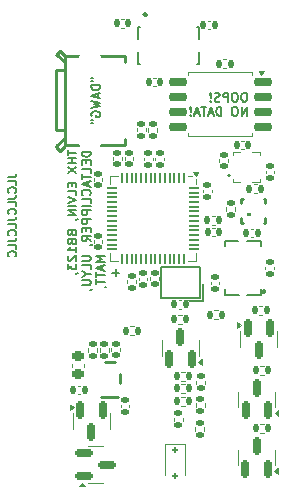
<source format=gbr>
%TF.GenerationSoftware,KiCad,Pcbnew,8.0.0*%
%TF.CreationDate,2024-10-09T20:58:18-07:00*%
%TF.ProjectId,LEO,4c454f2e-6b69-4636-9164-5f7063625858,rev?*%
%TF.SameCoordinates,Original*%
%TF.FileFunction,Legend,Bot*%
%TF.FilePolarity,Positive*%
%FSLAX46Y46*%
G04 Gerber Fmt 4.6, Leading zero omitted, Abs format (unit mm)*
G04 Created by KiCad (PCBNEW 8.0.0) date 2024-10-09 20:58:18*
%MOMM*%
%LPD*%
G01*
G04 APERTURE LIST*
G04 Aperture macros list*
%AMRoundRect*
0 Rectangle with rounded corners*
0 $1 Rounding radius*
0 $2 $3 $4 $5 $6 $7 $8 $9 X,Y pos of 4 corners*
0 Add a 4 corners polygon primitive as box body*
4,1,4,$2,$3,$4,$5,$6,$7,$8,$9,$2,$3,0*
0 Add four circle primitives for the rounded corners*
1,1,$1+$1,$2,$3*
1,1,$1+$1,$4,$5*
1,1,$1+$1,$6,$7*
1,1,$1+$1,$8,$9*
0 Add four rect primitives between the rounded corners*
20,1,$1+$1,$2,$3,$4,$5,0*
20,1,$1+$1,$4,$5,$6,$7,0*
20,1,$1+$1,$6,$7,$8,$9,0*
20,1,$1+$1,$8,$9,$2,$3,0*%
G04 Aperture macros list end*
%ADD10C,0.150000*%
%ADD11C,0.175000*%
%ADD12C,0.120000*%
%ADD13C,0.250000*%
%ADD14C,0.200000*%
%ADD15C,0.100000*%
%ADD16R,2.200000X2.200000*%
%ADD17C,2.200000*%
%ADD18C,3.800000*%
%ADD19RoundRect,0.135000X0.185000X-0.135000X0.185000X0.135000X-0.185000X0.135000X-0.185000X-0.135000X0*%
%ADD20RoundRect,0.140000X-0.170000X0.140000X-0.170000X-0.140000X0.170000X-0.140000X0.170000X0.140000X0*%
%ADD21RoundRect,0.140000X0.170000X-0.140000X0.170000X0.140000X-0.170000X0.140000X-0.170000X-0.140000X0*%
%ADD22RoundRect,0.135000X-0.135000X-0.185000X0.135000X-0.185000X0.135000X0.185000X-0.135000X0.185000X0*%
%ADD23RoundRect,0.150000X0.150000X-0.587500X0.150000X0.587500X-0.150000X0.587500X-0.150000X-0.587500X0*%
%ADD24RoundRect,0.135000X0.135000X0.185000X-0.135000X0.185000X-0.135000X-0.185000X0.135000X-0.185000X0*%
%ADD25R,0.500000X0.300000*%
%ADD26R,0.300000X0.500000*%
%ADD27RoundRect,0.135000X-0.185000X0.135000X-0.185000X-0.135000X0.185000X-0.135000X0.185000X0.135000X0*%
%ADD28RoundRect,0.150000X0.650000X0.150000X-0.650000X0.150000X-0.650000X-0.150000X0.650000X-0.150000X0*%
%ADD29RoundRect,0.140000X-0.140000X-0.170000X0.140000X-0.170000X0.140000X0.170000X-0.140000X0.170000X0*%
%ADD30RoundRect,0.125000X-0.125000X0.125000X-0.125000X-0.125000X0.125000X-0.125000X0.125000X0.125000X0*%
%ADD31R,1.000000X0.800000*%
%ADD32RoundRect,0.050000X0.387500X0.050000X-0.387500X0.050000X-0.387500X-0.050000X0.387500X-0.050000X0*%
%ADD33RoundRect,0.050000X0.050000X0.387500X-0.050000X0.387500X-0.050000X-0.387500X0.050000X-0.387500X0*%
%ADD34R,3.200000X3.200000*%
%ADD35RoundRect,0.150000X-0.150000X0.587500X-0.150000X-0.587500X0.150000X-0.587500X0.150000X0.587500X0*%
%ADD36RoundRect,0.225000X-0.250000X0.225000X-0.250000X-0.225000X0.250000X-0.225000X0.250000X0.225000X0*%
%ADD37R,0.800000X0.250000*%
%ADD38R,0.250000X0.800000*%
%ADD39RoundRect,0.140000X0.140000X0.170000X-0.140000X0.170000X-0.140000X-0.170000X0.140000X-0.170000X0*%
%ADD40R,1.600000X0.400000*%
%ADD41O,1.400000X1.200000*%
%ADD42O,1.900000X1.200000*%
%ADD43O,0.450000X1.770000*%
%ADD44R,1.550000X0.600000*%
%ADD45R,1.000000X0.600000*%
%ADD46R,0.500000X0.280000*%
%ADD47R,0.280000X0.500000*%
%ADD48RoundRect,0.150000X-0.587500X-0.150000X0.587500X-0.150000X0.587500X0.150000X-0.587500X0.150000X0*%
G04 APERTURE END LIST*
D10*
X15233487Y33216844D02*
X15090630Y33216844D01*
X15090630Y33216844D02*
X15019201Y33181130D01*
X15019201Y33181130D02*
X14947773Y33109701D01*
X14947773Y33109701D02*
X14912058Y32966844D01*
X14912058Y32966844D02*
X14912058Y32716844D01*
X14912058Y32716844D02*
X14947773Y32573987D01*
X14947773Y32573987D02*
X15019201Y32502558D01*
X15019201Y32502558D02*
X15090630Y32466844D01*
X15090630Y32466844D02*
X15233487Y32466844D01*
X15233487Y32466844D02*
X15304916Y32502558D01*
X15304916Y32502558D02*
X15376344Y32573987D01*
X15376344Y32573987D02*
X15412058Y32716844D01*
X15412058Y32716844D02*
X15412058Y32966844D01*
X15412058Y32966844D02*
X15376344Y33109701D01*
X15376344Y33109701D02*
X15304916Y33181130D01*
X15304916Y33181130D02*
X15233487Y33216844D01*
X14447773Y33216844D02*
X14304916Y33216844D01*
X14304916Y33216844D02*
X14233487Y33181130D01*
X14233487Y33181130D02*
X14162059Y33109701D01*
X14162059Y33109701D02*
X14126344Y32966844D01*
X14126344Y32966844D02*
X14126344Y32716844D01*
X14126344Y32716844D02*
X14162059Y32573987D01*
X14162059Y32573987D02*
X14233487Y32502558D01*
X14233487Y32502558D02*
X14304916Y32466844D01*
X14304916Y32466844D02*
X14447773Y32466844D01*
X14447773Y32466844D02*
X14519202Y32502558D01*
X14519202Y32502558D02*
X14590630Y32573987D01*
X14590630Y32573987D02*
X14626344Y32716844D01*
X14626344Y32716844D02*
X14626344Y32966844D01*
X14626344Y32966844D02*
X14590630Y33109701D01*
X14590630Y33109701D02*
X14519202Y33181130D01*
X14519202Y33181130D02*
X14447773Y33216844D01*
X13804916Y32466844D02*
X13804916Y33216844D01*
X13804916Y33216844D02*
X13519202Y33216844D01*
X13519202Y33216844D02*
X13447773Y33181130D01*
X13447773Y33181130D02*
X13412059Y33145416D01*
X13412059Y33145416D02*
X13376345Y33073987D01*
X13376345Y33073987D02*
X13376345Y32966844D01*
X13376345Y32966844D02*
X13412059Y32895416D01*
X13412059Y32895416D02*
X13447773Y32859701D01*
X13447773Y32859701D02*
X13519202Y32823987D01*
X13519202Y32823987D02*
X13804916Y32823987D01*
X13090630Y32502558D02*
X12983488Y32466844D01*
X12983488Y32466844D02*
X12804916Y32466844D01*
X12804916Y32466844D02*
X12733488Y32502558D01*
X12733488Y32502558D02*
X12697773Y32538273D01*
X12697773Y32538273D02*
X12662059Y32609701D01*
X12662059Y32609701D02*
X12662059Y32681130D01*
X12662059Y32681130D02*
X12697773Y32752558D01*
X12697773Y32752558D02*
X12733488Y32788273D01*
X12733488Y32788273D02*
X12804916Y32823987D01*
X12804916Y32823987D02*
X12947773Y32859701D01*
X12947773Y32859701D02*
X13019202Y32895416D01*
X13019202Y32895416D02*
X13054916Y32931130D01*
X13054916Y32931130D02*
X13090630Y33002558D01*
X13090630Y33002558D02*
X13090630Y33073987D01*
X13090630Y33073987D02*
X13054916Y33145416D01*
X13054916Y33145416D02*
X13019202Y33181130D01*
X13019202Y33181130D02*
X12947773Y33216844D01*
X12947773Y33216844D02*
X12769202Y33216844D01*
X12769202Y33216844D02*
X12662059Y33181130D01*
X12340630Y32538273D02*
X12304916Y32502558D01*
X12304916Y32502558D02*
X12340630Y32466844D01*
X12340630Y32466844D02*
X12376344Y32502558D01*
X12376344Y32502558D02*
X12340630Y32538273D01*
X12340630Y32538273D02*
X12340630Y32466844D01*
X12340630Y32752558D02*
X12376344Y33181130D01*
X12376344Y33181130D02*
X12340630Y33216844D01*
X12340630Y33216844D02*
X12304916Y33181130D01*
X12304916Y33181130D02*
X12340630Y32752558D01*
X12340630Y32752558D02*
X12340630Y33216844D01*
X15376344Y31259386D02*
X15376344Y32009386D01*
X15376344Y32009386D02*
X14947773Y31259386D01*
X14947773Y31259386D02*
X14947773Y32009386D01*
X14447773Y32009386D02*
X14304916Y32009386D01*
X14304916Y32009386D02*
X14233487Y31973672D01*
X14233487Y31973672D02*
X14162059Y31902243D01*
X14162059Y31902243D02*
X14126344Y31759386D01*
X14126344Y31759386D02*
X14126344Y31509386D01*
X14126344Y31509386D02*
X14162059Y31366529D01*
X14162059Y31366529D02*
X14233487Y31295100D01*
X14233487Y31295100D02*
X14304916Y31259386D01*
X14304916Y31259386D02*
X14447773Y31259386D01*
X14447773Y31259386D02*
X14519202Y31295100D01*
X14519202Y31295100D02*
X14590630Y31366529D01*
X14590630Y31366529D02*
X14626344Y31509386D01*
X14626344Y31509386D02*
X14626344Y31759386D01*
X14626344Y31759386D02*
X14590630Y31902243D01*
X14590630Y31902243D02*
X14519202Y31973672D01*
X14519202Y31973672D02*
X14447773Y32009386D01*
X13233487Y31259386D02*
X13233487Y32009386D01*
X13233487Y32009386D02*
X13054916Y32009386D01*
X13054916Y32009386D02*
X12947773Y31973672D01*
X12947773Y31973672D02*
X12876344Y31902243D01*
X12876344Y31902243D02*
X12840630Y31830815D01*
X12840630Y31830815D02*
X12804916Y31687958D01*
X12804916Y31687958D02*
X12804916Y31580815D01*
X12804916Y31580815D02*
X12840630Y31437958D01*
X12840630Y31437958D02*
X12876344Y31366529D01*
X12876344Y31366529D02*
X12947773Y31295100D01*
X12947773Y31295100D02*
X13054916Y31259386D01*
X13054916Y31259386D02*
X13233487Y31259386D01*
X12519201Y31473672D02*
X12162059Y31473672D01*
X12590630Y31259386D02*
X12340630Y32009386D01*
X12340630Y32009386D02*
X12090630Y31259386D01*
X11947773Y32009386D02*
X11519202Y32009386D01*
X11733487Y31259386D02*
X11733487Y32009386D01*
X11304915Y31473672D02*
X10947773Y31473672D01*
X11376344Y31259386D02*
X11126344Y32009386D01*
X11126344Y32009386D02*
X10876344Y31259386D01*
X10626344Y31330815D02*
X10590630Y31295100D01*
X10590630Y31295100D02*
X10626344Y31259386D01*
X10626344Y31259386D02*
X10662058Y31295100D01*
X10662058Y31295100D02*
X10626344Y31330815D01*
X10626344Y31330815D02*
X10626344Y31259386D01*
X10626344Y31545100D02*
X10662058Y31973672D01*
X10662058Y31973672D02*
X10626344Y32009386D01*
X10626344Y32009386D02*
X10590630Y31973672D01*
X10590630Y31973672D02*
X10626344Y31545100D01*
X10626344Y31545100D02*
X10626344Y32009386D01*
X2205614Y34474259D02*
X2348471Y34474259D01*
X2205614Y34188545D02*
X2348471Y34188545D01*
X2955614Y33867116D02*
X2205614Y33867116D01*
X2205614Y33867116D02*
X2205614Y33688545D01*
X2205614Y33688545D02*
X2241328Y33581402D01*
X2241328Y33581402D02*
X2312757Y33509973D01*
X2312757Y33509973D02*
X2384185Y33474259D01*
X2384185Y33474259D02*
X2527042Y33438545D01*
X2527042Y33438545D02*
X2634185Y33438545D01*
X2634185Y33438545D02*
X2777042Y33474259D01*
X2777042Y33474259D02*
X2848471Y33509973D01*
X2848471Y33509973D02*
X2919900Y33581402D01*
X2919900Y33581402D02*
X2955614Y33688545D01*
X2955614Y33688545D02*
X2955614Y33867116D01*
X2741328Y33152830D02*
X2741328Y32795687D01*
X2955614Y33224259D02*
X2205614Y32974259D01*
X2205614Y32974259D02*
X2955614Y32724259D01*
X2205614Y32545688D02*
X2955614Y32367116D01*
X2955614Y32367116D02*
X2419900Y32224259D01*
X2419900Y32224259D02*
X2955614Y32081402D01*
X2955614Y32081402D02*
X2205614Y31902830D01*
X2241328Y31224259D02*
X2205614Y31295687D01*
X2205614Y31295687D02*
X2205614Y31402830D01*
X2205614Y31402830D02*
X2241328Y31509973D01*
X2241328Y31509973D02*
X2312757Y31581402D01*
X2312757Y31581402D02*
X2384185Y31617116D01*
X2384185Y31617116D02*
X2527042Y31652830D01*
X2527042Y31652830D02*
X2634185Y31652830D01*
X2634185Y31652830D02*
X2777042Y31617116D01*
X2777042Y31617116D02*
X2848471Y31581402D01*
X2848471Y31581402D02*
X2919900Y31509973D01*
X2919900Y31509973D02*
X2955614Y31402830D01*
X2955614Y31402830D02*
X2955614Y31331402D01*
X2955614Y31331402D02*
X2919900Y31224259D01*
X2919900Y31224259D02*
X2884185Y31188545D01*
X2884185Y31188545D02*
X2634185Y31188545D01*
X2634185Y31188545D02*
X2634185Y31331402D01*
X2205614Y30902830D02*
X2348471Y30902830D01*
X2205614Y30617116D02*
X2348471Y30617116D01*
D11*
X207540Y28331641D02*
X207540Y27903069D01*
X957540Y28117355D02*
X207540Y28117355D01*
X957540Y27653069D02*
X207540Y27653069D01*
X564683Y27653069D02*
X564683Y27224498D01*
X957540Y27224498D02*
X207540Y27224498D01*
X207540Y26938784D02*
X957540Y26438784D01*
X207540Y26438784D02*
X957540Y26938784D01*
X564683Y25581640D02*
X564683Y25331640D01*
X957540Y25224497D02*
X957540Y25581640D01*
X957540Y25581640D02*
X207540Y25581640D01*
X207540Y25581640D02*
X207540Y25224497D01*
X957540Y24545926D02*
X957540Y24903069D01*
X957540Y24903069D02*
X207540Y24903069D01*
X207540Y24403069D02*
X957540Y24153069D01*
X957540Y24153069D02*
X207540Y23903069D01*
X957540Y23653069D02*
X207540Y23653069D01*
X957540Y23295926D02*
X207540Y23295926D01*
X207540Y23295926D02*
X957540Y22867355D01*
X957540Y22867355D02*
X207540Y22867355D01*
X921826Y22474498D02*
X957540Y22474498D01*
X957540Y22474498D02*
X1028968Y22510212D01*
X1028968Y22510212D02*
X1064683Y22545926D01*
X564683Y21331640D02*
X600397Y21224497D01*
X600397Y21224497D02*
X636111Y21188783D01*
X636111Y21188783D02*
X707540Y21153069D01*
X707540Y21153069D02*
X814683Y21153069D01*
X814683Y21153069D02*
X886111Y21188783D01*
X886111Y21188783D02*
X921826Y21224497D01*
X921826Y21224497D02*
X957540Y21295926D01*
X957540Y21295926D02*
X957540Y21581640D01*
X957540Y21581640D02*
X207540Y21581640D01*
X207540Y21581640D02*
X207540Y21331640D01*
X207540Y21331640D02*
X243254Y21260211D01*
X243254Y21260211D02*
X278968Y21224497D01*
X278968Y21224497D02*
X350397Y21188783D01*
X350397Y21188783D02*
X421826Y21188783D01*
X421826Y21188783D02*
X493254Y21224497D01*
X493254Y21224497D02*
X528968Y21260211D01*
X528968Y21260211D02*
X564683Y21331640D01*
X564683Y21331640D02*
X564683Y21581640D01*
X564683Y20581640D02*
X600397Y20474497D01*
X600397Y20474497D02*
X636111Y20438783D01*
X636111Y20438783D02*
X707540Y20403069D01*
X707540Y20403069D02*
X814683Y20403069D01*
X814683Y20403069D02*
X886111Y20438783D01*
X886111Y20438783D02*
X921826Y20474497D01*
X921826Y20474497D02*
X957540Y20545926D01*
X957540Y20545926D02*
X957540Y20831640D01*
X957540Y20831640D02*
X207540Y20831640D01*
X207540Y20831640D02*
X207540Y20581640D01*
X207540Y20581640D02*
X243254Y20510211D01*
X243254Y20510211D02*
X278968Y20474497D01*
X278968Y20474497D02*
X350397Y20438783D01*
X350397Y20438783D02*
X421826Y20438783D01*
X421826Y20438783D02*
X493254Y20474497D01*
X493254Y20474497D02*
X528968Y20510211D01*
X528968Y20510211D02*
X564683Y20581640D01*
X564683Y20581640D02*
X564683Y20831640D01*
X957540Y19688783D02*
X957540Y20117354D01*
X957540Y19903069D02*
X207540Y19903069D01*
X207540Y19903069D02*
X314683Y19974497D01*
X314683Y19974497D02*
X386111Y20045926D01*
X386111Y20045926D02*
X421826Y20117354D01*
X278968Y19403068D02*
X243254Y19367354D01*
X243254Y19367354D02*
X207540Y19295925D01*
X207540Y19295925D02*
X207540Y19117354D01*
X207540Y19117354D02*
X243254Y19045925D01*
X243254Y19045925D02*
X278968Y19010211D01*
X278968Y19010211D02*
X350397Y18974497D01*
X350397Y18974497D02*
X421826Y18974497D01*
X421826Y18974497D02*
X528968Y19010211D01*
X528968Y19010211D02*
X957540Y19438783D01*
X957540Y19438783D02*
X957540Y18974497D01*
X207540Y18724497D02*
X207540Y18260211D01*
X207540Y18260211D02*
X493254Y18510211D01*
X493254Y18510211D02*
X493254Y18403068D01*
X493254Y18403068D02*
X528968Y18331639D01*
X528968Y18331639D02*
X564683Y18295925D01*
X564683Y18295925D02*
X636111Y18260211D01*
X636111Y18260211D02*
X814683Y18260211D01*
X814683Y18260211D02*
X886111Y18295925D01*
X886111Y18295925D02*
X921826Y18331639D01*
X921826Y18331639D02*
X957540Y18403068D01*
X957540Y18403068D02*
X957540Y18617354D01*
X957540Y18617354D02*
X921826Y18688782D01*
X921826Y18688782D02*
X886111Y18724497D01*
X921826Y17903068D02*
X957540Y17903068D01*
X957540Y17903068D02*
X1028968Y17938782D01*
X1028968Y17938782D02*
X1064683Y17974496D01*
X2164998Y28224498D02*
X1414998Y28224498D01*
X1414998Y28224498D02*
X1414998Y28045927D01*
X1414998Y28045927D02*
X1450712Y27938784D01*
X1450712Y27938784D02*
X1522141Y27867355D01*
X1522141Y27867355D02*
X1593569Y27831641D01*
X1593569Y27831641D02*
X1736426Y27795927D01*
X1736426Y27795927D02*
X1843569Y27795927D01*
X1843569Y27795927D02*
X1986426Y27831641D01*
X1986426Y27831641D02*
X2057855Y27867355D01*
X2057855Y27867355D02*
X2129284Y27938784D01*
X2129284Y27938784D02*
X2164998Y28045927D01*
X2164998Y28045927D02*
X2164998Y28224498D01*
X1772141Y27474498D02*
X1772141Y27224498D01*
X2164998Y27117355D02*
X2164998Y27474498D01*
X2164998Y27474498D02*
X1414998Y27474498D01*
X1414998Y27474498D02*
X1414998Y27117355D01*
X2164998Y26438784D02*
X2164998Y26795927D01*
X2164998Y26795927D02*
X1414998Y26795927D01*
X1414998Y26295927D02*
X1414998Y25867355D01*
X2164998Y26081641D02*
X1414998Y26081641D01*
X1950712Y25653069D02*
X1950712Y25295926D01*
X2164998Y25724498D02*
X1414998Y25474498D01*
X1414998Y25474498D02*
X2164998Y25224498D01*
X2093569Y24545927D02*
X2129284Y24581641D01*
X2129284Y24581641D02*
X2164998Y24688784D01*
X2164998Y24688784D02*
X2164998Y24760212D01*
X2164998Y24760212D02*
X2129284Y24867355D01*
X2129284Y24867355D02*
X2057855Y24938784D01*
X2057855Y24938784D02*
X1986426Y24974498D01*
X1986426Y24974498D02*
X1843569Y25010212D01*
X1843569Y25010212D02*
X1736426Y25010212D01*
X1736426Y25010212D02*
X1593569Y24974498D01*
X1593569Y24974498D02*
X1522141Y24938784D01*
X1522141Y24938784D02*
X1450712Y24867355D01*
X1450712Y24867355D02*
X1414998Y24760212D01*
X1414998Y24760212D02*
X1414998Y24688784D01*
X1414998Y24688784D02*
X1450712Y24581641D01*
X1450712Y24581641D02*
X1486426Y24545927D01*
X2164998Y23867355D02*
X2164998Y24224498D01*
X2164998Y24224498D02*
X1414998Y24224498D01*
X2164998Y23617355D02*
X1414998Y23617355D01*
X2164998Y23260212D02*
X1414998Y23260212D01*
X1414998Y23260212D02*
X1414998Y22974498D01*
X1414998Y22974498D02*
X1450712Y22903069D01*
X1450712Y22903069D02*
X1486426Y22867355D01*
X1486426Y22867355D02*
X1557855Y22831641D01*
X1557855Y22831641D02*
X1664998Y22831641D01*
X1664998Y22831641D02*
X1736426Y22867355D01*
X1736426Y22867355D02*
X1772141Y22903069D01*
X1772141Y22903069D02*
X1807855Y22974498D01*
X1807855Y22974498D02*
X1807855Y23260212D01*
X2164998Y22510212D02*
X1414998Y22510212D01*
X1414998Y22510212D02*
X1414998Y22224498D01*
X1414998Y22224498D02*
X1450712Y22153069D01*
X1450712Y22153069D02*
X1486426Y22117355D01*
X1486426Y22117355D02*
X1557855Y22081641D01*
X1557855Y22081641D02*
X1664998Y22081641D01*
X1664998Y22081641D02*
X1736426Y22117355D01*
X1736426Y22117355D02*
X1772141Y22153069D01*
X1772141Y22153069D02*
X1807855Y22224498D01*
X1807855Y22224498D02*
X1807855Y22510212D01*
X1772141Y21760212D02*
X1772141Y21510212D01*
X2164998Y21403069D02*
X2164998Y21760212D01*
X2164998Y21760212D02*
X1414998Y21760212D01*
X1414998Y21760212D02*
X1414998Y21403069D01*
X2164998Y20653070D02*
X1807855Y20903070D01*
X2164998Y21081641D02*
X1414998Y21081641D01*
X1414998Y21081641D02*
X1414998Y20795927D01*
X1414998Y20795927D02*
X1450712Y20724498D01*
X1450712Y20724498D02*
X1486426Y20688784D01*
X1486426Y20688784D02*
X1557855Y20653070D01*
X1557855Y20653070D02*
X1664998Y20653070D01*
X1664998Y20653070D02*
X1736426Y20688784D01*
X1736426Y20688784D02*
X1772141Y20724498D01*
X1772141Y20724498D02*
X1807855Y20795927D01*
X1807855Y20795927D02*
X1807855Y21081641D01*
X2129284Y20295927D02*
X2164998Y20295927D01*
X2164998Y20295927D02*
X2236426Y20331641D01*
X2236426Y20331641D02*
X2272141Y20367355D01*
X1414998Y19403069D02*
X2022141Y19403069D01*
X2022141Y19403069D02*
X2093569Y19367355D01*
X2093569Y19367355D02*
X2129284Y19331640D01*
X2129284Y19331640D02*
X2164998Y19260212D01*
X2164998Y19260212D02*
X2164998Y19117355D01*
X2164998Y19117355D02*
X2129284Y19045926D01*
X2129284Y19045926D02*
X2093569Y19010212D01*
X2093569Y19010212D02*
X2022141Y18974498D01*
X2022141Y18974498D02*
X1414998Y18974498D01*
X2164998Y18260212D02*
X2164998Y18617355D01*
X2164998Y18617355D02*
X1414998Y18617355D01*
X1807855Y17867355D02*
X2164998Y17867355D01*
X1414998Y18117355D02*
X1807855Y17867355D01*
X1807855Y17867355D02*
X1414998Y17617355D01*
X1414998Y17367355D02*
X2022141Y17367355D01*
X2022141Y17367355D02*
X2093569Y17331641D01*
X2093569Y17331641D02*
X2129284Y17295926D01*
X2129284Y17295926D02*
X2164998Y17224498D01*
X2164998Y17224498D02*
X2164998Y17081641D01*
X2164998Y17081641D02*
X2129284Y17010212D01*
X2129284Y17010212D02*
X2093569Y16974498D01*
X2093569Y16974498D02*
X2022141Y16938784D01*
X2022141Y16938784D02*
X1414998Y16938784D01*
X2129284Y16545927D02*
X2164998Y16545927D01*
X2164998Y16545927D02*
X2236426Y16581641D01*
X2236426Y16581641D02*
X2272141Y16617355D01*
X3372456Y19403070D02*
X2622456Y19403070D01*
X2622456Y19403070D02*
X3158170Y19153070D01*
X3158170Y19153070D02*
X2622456Y18903070D01*
X2622456Y18903070D02*
X3372456Y18903070D01*
X3158170Y18581641D02*
X3158170Y18224498D01*
X3372456Y18653070D02*
X2622456Y18403070D01*
X2622456Y18403070D02*
X3372456Y18153070D01*
X2622456Y18010213D02*
X2622456Y17581641D01*
X3372456Y17795927D02*
X2622456Y17795927D01*
X2622456Y17438784D02*
X2622456Y17010212D01*
X3372456Y17224498D02*
X2622456Y17224498D01*
X3336742Y16724498D02*
X3372456Y16724498D01*
X3372456Y16724498D02*
X3443884Y16760212D01*
X3443884Y16760212D02*
X3479599Y16795926D01*
X4294200Y18260212D02*
X4294200Y17688783D01*
X4579914Y17974498D02*
X4008485Y17974498D01*
X-4851567Y26055203D02*
X-4351567Y26055203D01*
X-4351567Y26055203D02*
X-4251567Y26088536D01*
X-4251567Y26088536D02*
X-4184900Y26155203D01*
X-4184900Y26155203D02*
X-4151567Y26255203D01*
X-4151567Y26255203D02*
X-4151567Y26321869D01*
X-4151567Y25388536D02*
X-4151567Y25721870D01*
X-4151567Y25721870D02*
X-4851567Y25721870D01*
X-4218234Y24755203D02*
X-4184900Y24788536D01*
X-4184900Y24788536D02*
X-4151567Y24888536D01*
X-4151567Y24888536D02*
X-4151567Y24955203D01*
X-4151567Y24955203D02*
X-4184900Y25055203D01*
X-4184900Y25055203D02*
X-4251567Y25121869D01*
X-4251567Y25121869D02*
X-4318234Y25155203D01*
X-4318234Y25155203D02*
X-4451567Y25188536D01*
X-4451567Y25188536D02*
X-4551567Y25188536D01*
X-4551567Y25188536D02*
X-4684900Y25155203D01*
X-4684900Y25155203D02*
X-4751567Y25121869D01*
X-4751567Y25121869D02*
X-4818234Y25055203D01*
X-4818234Y25055203D02*
X-4851567Y24955203D01*
X-4851567Y24955203D02*
X-4851567Y24888536D01*
X-4851567Y24888536D02*
X-4818234Y24788536D01*
X-4818234Y24788536D02*
X-4784900Y24755203D01*
X-4851567Y24255203D02*
X-4351567Y24255203D01*
X-4351567Y24255203D02*
X-4251567Y24288536D01*
X-4251567Y24288536D02*
X-4184900Y24355203D01*
X-4184900Y24355203D02*
X-4151567Y24455203D01*
X-4151567Y24455203D02*
X-4151567Y24521869D01*
X-4151567Y23588536D02*
X-4151567Y23921870D01*
X-4151567Y23921870D02*
X-4851567Y23921870D01*
X-4218234Y22955203D02*
X-4184900Y22988536D01*
X-4184900Y22988536D02*
X-4151567Y23088536D01*
X-4151567Y23088536D02*
X-4151567Y23155203D01*
X-4151567Y23155203D02*
X-4184900Y23255203D01*
X-4184900Y23255203D02*
X-4251567Y23321869D01*
X-4251567Y23321869D02*
X-4318234Y23355203D01*
X-4318234Y23355203D02*
X-4451567Y23388536D01*
X-4451567Y23388536D02*
X-4551567Y23388536D01*
X-4551567Y23388536D02*
X-4684900Y23355203D01*
X-4684900Y23355203D02*
X-4751567Y23321869D01*
X-4751567Y23321869D02*
X-4818234Y23255203D01*
X-4818234Y23255203D02*
X-4851567Y23155203D01*
X-4851567Y23155203D02*
X-4851567Y23088536D01*
X-4851567Y23088536D02*
X-4818234Y22988536D01*
X-4818234Y22988536D02*
X-4784900Y22955203D01*
X-4851567Y22455203D02*
X-4351567Y22455203D01*
X-4351567Y22455203D02*
X-4251567Y22488536D01*
X-4251567Y22488536D02*
X-4184900Y22555203D01*
X-4184900Y22555203D02*
X-4151567Y22655203D01*
X-4151567Y22655203D02*
X-4151567Y22721869D01*
X-4151567Y21788536D02*
X-4151567Y22121870D01*
X-4151567Y22121870D02*
X-4851567Y22121870D01*
X-4218234Y21155203D02*
X-4184900Y21188536D01*
X-4184900Y21188536D02*
X-4151567Y21288536D01*
X-4151567Y21288536D02*
X-4151567Y21355203D01*
X-4151567Y21355203D02*
X-4184900Y21455203D01*
X-4184900Y21455203D02*
X-4251567Y21521869D01*
X-4251567Y21521869D02*
X-4318234Y21555203D01*
X-4318234Y21555203D02*
X-4451567Y21588536D01*
X-4451567Y21588536D02*
X-4551567Y21588536D01*
X-4551567Y21588536D02*
X-4684900Y21555203D01*
X-4684900Y21555203D02*
X-4751567Y21521869D01*
X-4751567Y21521869D02*
X-4818234Y21455203D01*
X-4818234Y21455203D02*
X-4851567Y21355203D01*
X-4851567Y21355203D02*
X-4851567Y21288536D01*
X-4851567Y21288536D02*
X-4818234Y21188536D01*
X-4818234Y21188536D02*
X-4784900Y21155203D01*
X-4851567Y20655203D02*
X-4351567Y20655203D01*
X-4351567Y20655203D02*
X-4251567Y20688536D01*
X-4251567Y20688536D02*
X-4184900Y20755203D01*
X-4184900Y20755203D02*
X-4151567Y20855203D01*
X-4151567Y20855203D02*
X-4151567Y20921869D01*
X-4151567Y19988536D02*
X-4151567Y20321870D01*
X-4151567Y20321870D02*
X-4851567Y20321870D01*
X-4218234Y19355203D02*
X-4184900Y19388536D01*
X-4184900Y19388536D02*
X-4151567Y19488536D01*
X-4151567Y19488536D02*
X-4151567Y19555203D01*
X-4151567Y19555203D02*
X-4184900Y19655203D01*
X-4184900Y19655203D02*
X-4251567Y19721869D01*
X-4251567Y19721869D02*
X-4318234Y19755203D01*
X-4318234Y19755203D02*
X-4451567Y19788536D01*
X-4451567Y19788536D02*
X-4551567Y19788536D01*
X-4551567Y19788536D02*
X-4684900Y19755203D01*
X-4684900Y19755203D02*
X-4751567Y19721869D01*
X-4751567Y19721869D02*
X-4818234Y19655203D01*
X-4818234Y19655203D02*
X-4851567Y19555203D01*
X-4851567Y19555203D02*
X-4851567Y19488536D01*
X-4851567Y19488536D02*
X-4818234Y19388536D01*
X-4818234Y19388536D02*
X-4784900Y19355203D01*
D12*
%TO.C,R18*%
X6078800Y30246641D02*
X6078800Y29939359D01*
X6838800Y30246641D02*
X6838800Y29939359D01*
%TO.C,C3*%
X3914400Y11341564D02*
X3914400Y11557236D01*
X4634400Y11341564D02*
X4634400Y11557236D01*
%TO.C,C18*%
X5057600Y27762236D02*
X5057600Y27546564D01*
X5777600Y27762236D02*
X5777600Y27546564D01*
%TO.C,R28*%
X12708441Y22802200D02*
X12401159Y22802200D01*
X12708441Y22042200D02*
X12401159Y22042200D01*
%TO.C,Q4*%
X8200800Y12251800D02*
X8200800Y11601800D01*
X8200800Y10951800D02*
X8200800Y11601800D01*
X11320800Y12251800D02*
X11320800Y11601800D01*
X11320800Y10951800D02*
X11320800Y11601800D01*
X11600800Y10199300D02*
X11270800Y10439300D01*
X11600800Y10679300D01*
X11600800Y10199300D01*
G36*
X11600800Y10199300D02*
G01*
X11270800Y10439300D01*
X11600800Y10679300D01*
X11600800Y10199300D01*
G37*
%TO.C,R2*%
X1964000Y11577641D02*
X1964000Y11270359D01*
X2724000Y11577641D02*
X2724000Y11270359D01*
%TO.C,R13*%
X15957159Y25443800D02*
X16264441Y25443800D01*
X15957159Y24683800D02*
X16264441Y24683800D01*
%TO.C,R3*%
X5517759Y13455000D02*
X5825041Y13455000D01*
X5517759Y12695000D02*
X5825041Y12695000D01*
%TO.C,C24*%
X6683200Y27714036D02*
X6683200Y27498364D01*
X7403200Y27714036D02*
X7403200Y27498364D01*
%TO.C,C1*%
X16949593Y18467729D02*
X16949593Y18252057D01*
X17669593Y18467729D02*
X17669593Y18252057D01*
%TO.C,Q9*%
X14642200Y2978500D02*
X14642200Y2328500D01*
X14642200Y1678500D02*
X14642200Y2328500D01*
X17762200Y2978500D02*
X17762200Y2328500D01*
X17762200Y1678500D02*
X17762200Y2328500D01*
X18042200Y926000D02*
X17712200Y1166000D01*
X18042200Y1406000D01*
X18042200Y926000D01*
G36*
X18042200Y926000D02*
G01*
X17712200Y1166000D01*
X18042200Y1406000D01*
X18042200Y926000D01*
G37*
%TO.C,C12*%
X16970000Y26619436D02*
X16970000Y26403764D01*
X17690000Y26619436D02*
X17690000Y26403764D01*
D13*
%TO.C,U3*%
X14913000Y24255000D02*
X15053000Y24255000D01*
X14913000Y23865000D02*
X14913000Y24255000D01*
X14913000Y22215000D02*
X14913000Y22605000D01*
X15053000Y22215000D02*
X14913000Y22215000D01*
X16813000Y24255000D02*
X16943000Y24255000D01*
X16943000Y24255000D02*
X16943000Y23865000D01*
X16943000Y22605000D02*
X16943000Y22215000D01*
X16943000Y22215000D02*
X16813000Y22215000D01*
X15633000Y22905000D02*
G75*
G02*
X15513000Y22905000I-60000J0D01*
G01*
X15513000Y22905000D02*
G75*
G02*
X15633000Y22905000I60000J0D01*
G01*
D12*
%TO.C,R15*%
X7044000Y29888559D02*
X7044000Y30195841D01*
X7804000Y29888559D02*
X7804000Y30195841D01*
%TO.C,U9*%
X10388600Y34977000D02*
X13113600Y34977000D01*
X10388600Y34717000D02*
X10388600Y34977000D01*
X10388600Y29787000D02*
X10388600Y29527000D01*
X10388600Y29527000D02*
X13113600Y29527000D01*
X15838600Y34977000D02*
X13113600Y34977000D01*
X15838600Y34717000D02*
X15838600Y34977000D01*
X15838600Y29787000D02*
X15838600Y29527000D01*
X15838600Y29527000D02*
X13113600Y29527000D01*
X16621100Y34717000D02*
X16381100Y35047000D01*
X16861100Y35047000D01*
X16621100Y34717000D01*
G36*
X16621100Y34717000D02*
G01*
X16381100Y35047000D01*
X16861100Y35047000D01*
X16621100Y34717000D01*
G37*
%TO.C,R20*%
X11057200Y6596759D02*
X11057200Y6904041D01*
X11817200Y6596759D02*
X11817200Y6904041D01*
%TO.C,R16*%
X13648000Y23515641D02*
X13648000Y23208359D01*
X14408000Y23515641D02*
X14408000Y23208359D01*
%TO.C,C21*%
X4067000Y27739436D02*
X4067000Y27523764D01*
X4787000Y27739436D02*
X4787000Y27523764D01*
%TO.C,R1*%
X5240600Y17368841D02*
X5240600Y17061559D01*
X6000600Y17368841D02*
X6000600Y17061559D01*
%TO.C,C4*%
X15913836Y21715400D02*
X15698164Y21715400D01*
X15913836Y20995400D02*
X15698164Y20995400D01*
%TO.C,D1*%
X8479000Y837200D02*
X8479000Y3497200D01*
X10179000Y3497200D02*
X8479000Y3497200D01*
X10179000Y837200D02*
X10179000Y3497200D01*
%TO.C,R24*%
X11082600Y8527159D02*
X11082600Y8834441D01*
X11842600Y8527159D02*
X11842600Y8834441D01*
%TO.C,Q5*%
X14662600Y7906100D02*
X14662600Y7256100D01*
X14662600Y6606100D02*
X14662600Y7256100D01*
X17782600Y7906100D02*
X17782600Y7256100D01*
X17782600Y6606100D02*
X17782600Y7256100D01*
X18062600Y5853600D02*
X17732600Y6093600D01*
X18062600Y6333600D01*
X18062600Y5853600D01*
G36*
X18062600Y5853600D02*
G01*
X17732600Y6093600D01*
X18062600Y6333600D01*
X18062600Y5853600D01*
G37*
%TO.C,R17*%
X10143041Y9568800D02*
X9835759Y9568800D01*
X10143041Y8808800D02*
X9835759Y8808800D01*
%TO.C,R21*%
X9835759Y7486000D02*
X10143041Y7486000D01*
X9835759Y6726000D02*
X10143041Y6726000D01*
%TO.C,C23*%
X7213800Y17363964D02*
X7213800Y17579636D01*
X7933800Y17363964D02*
X7933800Y17579636D01*
D10*
%TO.C,X2*%
X8143400Y18459400D02*
X11443400Y18459400D01*
X8143400Y15799400D02*
X8143400Y18459400D01*
X10423400Y15569400D02*
X11683400Y15569400D01*
X11323400Y15799400D02*
X8143400Y15799400D01*
X11443400Y18459400D02*
X11443400Y15799400D01*
X11443400Y15799400D02*
X11323400Y15799400D01*
X11683400Y15569400D02*
X11683400Y17029400D01*
D12*
%TO.C,C17*%
X6251200Y17338564D02*
X6251200Y17554236D01*
X6971200Y17338564D02*
X6971200Y17554236D01*
%TO.C,C2*%
X12327500Y17008164D02*
X12327500Y17223836D01*
X13047500Y17008164D02*
X13047500Y17223836D01*
%TO.C,C16*%
X7648400Y27711436D02*
X7648400Y27495764D01*
X8368400Y27711436D02*
X8368400Y27495764D01*
%TO.C,U8*%
X3826800Y26171800D02*
X4476800Y26171800D01*
X3826800Y25521800D02*
X3826800Y26171800D01*
X3826800Y19601800D02*
X3826800Y18951800D01*
X3826800Y18951800D02*
X4476800Y18951800D01*
X10746800Y26171800D02*
X10396800Y26171800D01*
X11046800Y25931800D02*
X11046800Y25521800D01*
X11046800Y19601800D02*
X11046800Y18951800D01*
X11046800Y18951800D02*
X10396800Y18951800D01*
X11046800Y26171800D02*
X10806800Y26501800D01*
X11286800Y26501800D01*
X11046800Y26171800D01*
G36*
X11046800Y26171800D02*
G01*
X10806800Y26501800D01*
X11286800Y26501800D01*
X11046800Y26171800D01*
G37*
%TO.C,R10*%
X16388959Y15182200D02*
X16696241Y15182200D01*
X16388959Y14422200D02*
X16696241Y14422200D01*
%TO.C,Q2*%
X14830200Y13011500D02*
X14830200Y12361500D01*
X14830200Y11711500D02*
X14830200Y12361500D01*
X17950200Y13011500D02*
X17950200Y12361500D01*
X17950200Y11711500D02*
X17950200Y12361500D01*
X14880200Y13524000D02*
X14550200Y13284000D01*
X14550200Y13764000D01*
X14880200Y13524000D01*
G36*
X14880200Y13524000D02*
G01*
X14550200Y13284000D01*
X14550200Y13764000D01*
X14880200Y13524000D01*
G37*
%TO.C,R26*%
X12629759Y14801200D02*
X12937041Y14801200D01*
X12629759Y14041200D02*
X12937041Y14041200D01*
%TO.C,R27*%
X9581759Y14420200D02*
X9889041Y14420200D01*
X9581759Y13660200D02*
X9889041Y13660200D01*
%TO.C,C7*%
X564000Y10001020D02*
X564000Y10282180D01*
X1584000Y10001020D02*
X1584000Y10282180D01*
%TO.C,R25*%
X9835759Y8552800D02*
X10143041Y8552800D01*
X9835759Y7792800D02*
X10143041Y7792800D01*
D14*
%TO.C,U2*%
X13504300Y20694000D02*
X14644300Y20694000D01*
X13504300Y20244000D02*
X13504300Y20694000D01*
X13504300Y16124000D02*
X13504300Y16584000D01*
X14694300Y16124000D02*
X13504300Y16124000D01*
X15404300Y20694000D02*
X16554300Y20694000D01*
X16554300Y20694000D02*
X16554300Y20574000D01*
X16554300Y20574000D02*
X16554300Y20244000D01*
X16554300Y16584000D02*
X16554300Y16124000D01*
X16554300Y16124000D02*
X15354300Y16124000D01*
D13*
X16914300Y16384000D02*
G75*
G02*
X16694300Y16384000I-110000J0D01*
G01*
X16694300Y16384000D02*
G75*
G02*
X16914300Y16384000I110000J0D01*
G01*
D12*
%TO.C,R12*%
X16797841Y5174600D02*
X16490559Y5174600D01*
X16797841Y4414600D02*
X16490559Y4414600D01*
%TO.C,C9*%
X14910764Y29157600D02*
X15126436Y29157600D01*
X14910764Y28437600D02*
X15126436Y28437600D01*
%TO.C,C13*%
X9602164Y15644800D02*
X9817836Y15644800D01*
X9602164Y14924800D02*
X9817836Y14924800D01*
%TO.C,C25*%
X11689600Y24778164D02*
X11689600Y24993836D01*
X12409600Y24778164D02*
X12409600Y24993836D01*
%TO.C,C19*%
X2441200Y20485564D02*
X2441200Y20701236D01*
X3161200Y20485564D02*
X3161200Y20701236D01*
%TO.C,C50*%
X4750764Y39444600D02*
X4966436Y39444600D01*
X4750764Y38724600D02*
X4966436Y38724600D01*
%TO.C,C8*%
X13058400Y27368964D02*
X13058400Y27584636D01*
X13778400Y27368964D02*
X13778400Y27584636D01*
D13*
%TO.C,J7*%
X-757100Y36431200D02*
X-427100Y36761200D01*
X-757100Y35131200D02*
X-757100Y30091200D01*
X-757100Y30091200D02*
X-27100Y30091200D01*
X-757100Y28671200D02*
X-757100Y28631200D01*
X-757100Y28631200D02*
X-427100Y28301200D01*
X-677100Y36431200D02*
X-757100Y36431200D01*
X-427100Y36761200D02*
X-27100Y36361200D01*
X-427100Y28301200D02*
X-27100Y28701200D01*
X-27100Y36361200D02*
X-27100Y36281200D01*
X-27100Y36281200D02*
X5092900Y36281200D01*
X-27100Y35781200D02*
X-677100Y36431200D01*
X-27100Y35131200D02*
X-757100Y35131200D01*
X-27100Y29401200D02*
X-757100Y28671200D01*
X-27100Y28781200D02*
X-27100Y36281200D01*
X-27100Y28701200D02*
X-27100Y28781200D01*
X5092900Y36281200D02*
X5092900Y35781200D01*
X5092900Y29281200D02*
X5092900Y28781200D01*
X5092900Y28781200D02*
X-27100Y28781200D01*
D12*
%TO.C,C26*%
X12662636Y21766200D02*
X12446964Y21766200D01*
X12662636Y21046200D02*
X12446964Y21046200D01*
D10*
%TO.C,U5*%
X6190200Y38810400D02*
X6190200Y37770400D01*
X6190200Y35650400D02*
X6190200Y36690400D01*
X6360200Y38810400D02*
X6190200Y38810400D01*
X6360200Y35650400D02*
X6190200Y35650400D01*
X11180200Y38810400D02*
X11350200Y38810400D01*
X11180200Y35650400D02*
X11350200Y35650400D01*
X11350200Y38810400D02*
X11350200Y37770400D01*
X11350200Y35650400D02*
X11350200Y36690400D01*
D13*
X6890200Y39820400D02*
G75*
G02*
X6650200Y39820400I-120000J0D01*
G01*
X6650200Y39820400D02*
G75*
G02*
X6890200Y39820400I120000J0D01*
G01*
D12*
%TO.C,R23*%
X9177600Y5710241D02*
X9177600Y5402959D01*
X9937600Y5710241D02*
X9937600Y5402959D01*
%TO.C,C32*%
X12281636Y39315000D02*
X12065964Y39315000D01*
X12281636Y38595000D02*
X12065964Y38595000D01*
%TO.C,Q3*%
X657000Y6054200D02*
X657000Y5404200D01*
X657000Y4754200D02*
X657000Y5404200D01*
X3777000Y6054200D02*
X3777000Y5404200D01*
X3777000Y4754200D02*
X3777000Y5404200D01*
X707000Y6566700D02*
X377000Y6326700D01*
X377000Y6806700D01*
X707000Y6566700D01*
G36*
X707000Y6566700D02*
G01*
X377000Y6326700D01*
X377000Y6806700D01*
X707000Y6566700D01*
G37*
%TO.C,R22*%
X11031800Y4590159D02*
X11031800Y4897441D01*
X11791800Y4590159D02*
X11791800Y4897441D01*
%TO.C,C22*%
X2441200Y25984436D02*
X2441200Y25768764D01*
X3161200Y25984436D02*
X3161200Y25768764D01*
D13*
%TO.C,U6*%
X3066400Y7455600D02*
X4466400Y7455600D01*
X3346400Y10375600D02*
X4186400Y10375600D01*
X4656400Y9365600D02*
X4656400Y8605600D01*
D15*
%TO.C,U4*%
X14208800Y28213400D02*
X14838800Y28213400D01*
X14208800Y27963400D02*
X14208800Y28213400D01*
X14208800Y25903400D02*
X14208800Y25673400D01*
X14208800Y25673400D02*
X14838800Y25673400D01*
X15858800Y28213400D02*
X16488800Y28213400D01*
X15858800Y25673400D02*
X16488800Y25673400D01*
X16488800Y28213400D02*
X16488800Y27963400D01*
X16488800Y25673400D02*
X16488800Y25933400D01*
D10*
X13958800Y26193400D02*
G75*
G02*
X13818800Y26193400I-70000J0D01*
G01*
X13818800Y26193400D02*
G75*
G02*
X13958800Y26193400I70000J0D01*
G01*
D12*
%TO.C,C6*%
X1067764Y8405800D02*
X1283436Y8405800D01*
X1067764Y7685800D02*
X1283436Y7685800D01*
%TO.C,C27*%
X7443164Y34491600D02*
X7658836Y34491600D01*
X7443164Y33771600D02*
X7658836Y33771600D01*
%TO.C,R11*%
X16823241Y10076800D02*
X16515959Y10076800D01*
X16823241Y9316800D02*
X16515959Y9316800D01*
%TO.C,Q1*%
X1922600Y3281200D02*
X2572600Y3281200D01*
X1922600Y161200D02*
X2572600Y161200D01*
X3222600Y3281200D02*
X2572600Y3281200D01*
X3222600Y161200D02*
X2572600Y161200D01*
X1650100Y-118800D02*
X1170100Y-118800D01*
X1410100Y211200D01*
X1650100Y-118800D01*
G36*
X1650100Y-118800D02*
G01*
X1170100Y-118800D01*
X1410100Y211200D01*
X1650100Y-118800D01*
G37*
%TO.C,R14*%
X13340959Y36035600D02*
X13648241Y36035600D01*
X13340959Y35275600D02*
X13648241Y35275600D01*
%TO.C,C5*%
X4701800Y6591764D02*
X4701800Y6807436D01*
X5421800Y6591764D02*
X5421800Y6807436D01*
%TO.C,R4*%
X2929200Y11270359D02*
X2929200Y11577641D01*
X3689200Y11270359D02*
X3689200Y11577641D01*
%TD*%
%LPC*%
D16*
%TO.C,J6*%
X13240600Y2356200D03*
D17*
X13240600Y4896200D03*
X13240600Y7436200D03*
X13240600Y9976200D03*
X13240600Y12516200D03*
%TD*%
D18*
%TO.C,H1*%
X15831400Y37763800D03*
%TD*%
D16*
%TO.C,J2*%
X6763600Y9950800D03*
D17*
X6763600Y7410800D03*
X6763600Y4870800D03*
X6763600Y2330800D03*
%TD*%
D18*
%TO.C,H2*%
X2369400Y14527100D03*
%TD*%
D19*
%TO.C,R18*%
X6458800Y29583000D03*
X6458800Y30603000D03*
%TD*%
D20*
%TO.C,C3*%
X4274400Y11929400D03*
X4274400Y10969400D03*
%TD*%
D21*
%TO.C,C18*%
X5417600Y27174400D03*
X5417600Y28134400D03*
%TD*%
D22*
%TO.C,R28*%
X12044800Y22422200D03*
X13064800Y22422200D03*
%TD*%
D23*
%TO.C,Q4*%
X10710800Y10664300D03*
X8810800Y10664300D03*
X9760800Y12539300D03*
%TD*%
D19*
%TO.C,R2*%
X2344000Y10914000D03*
X2344000Y11934000D03*
%TD*%
D24*
%TO.C,R13*%
X16620800Y25063800D03*
X15600800Y25063800D03*
%TD*%
%TO.C,R3*%
X6181400Y13075000D03*
X5161400Y13075000D03*
%TD*%
D21*
%TO.C,C24*%
X7043200Y27126200D03*
X7043200Y28086200D03*
%TD*%
%TO.C,C1*%
X17309593Y17879893D03*
X17309593Y18839893D03*
%TD*%
D23*
%TO.C,Q9*%
X17152200Y1391000D03*
X15252200Y1391000D03*
X16202200Y3266000D03*
%TD*%
D21*
%TO.C,C12*%
X17330000Y26031600D03*
X17330000Y26991600D03*
%TD*%
D25*
%TO.C,U3*%
X15063000Y22985000D03*
X15063000Y23485000D03*
D26*
X15433000Y24105000D03*
X15933000Y24105000D03*
X16433000Y24105000D03*
D25*
X16803000Y23485000D03*
X16803000Y22985000D03*
D26*
X16433000Y22365000D03*
X15933000Y22365000D03*
X15433000Y22365000D03*
%TD*%
D27*
%TO.C,R15*%
X7424000Y30552200D03*
X7424000Y29532200D03*
%TD*%
D28*
%TO.C,U9*%
X16713600Y34157000D03*
X16713600Y32887000D03*
X16713600Y31617000D03*
X16713600Y30347000D03*
X9513600Y30347000D03*
X9513600Y31617000D03*
X9513600Y32887000D03*
X9513600Y34157000D03*
%TD*%
D27*
%TO.C,R20*%
X11437200Y7260400D03*
X11437200Y6240400D03*
%TD*%
D19*
%TO.C,R16*%
X14028000Y22852000D03*
X14028000Y23872000D03*
%TD*%
D21*
%TO.C,C21*%
X4427000Y27151600D03*
X4427000Y28111600D03*
%TD*%
D19*
%TO.C,R1*%
X5620600Y16705200D03*
X5620600Y17725200D03*
%TD*%
D29*
%TO.C,C4*%
X15326000Y21355400D03*
X16286000Y21355400D03*
%TD*%
D30*
%TO.C,D1*%
X9329000Y2987200D03*
X9329000Y787200D03*
%TD*%
D27*
%TO.C,R24*%
X11462600Y9190800D03*
X11462600Y8170800D03*
%TD*%
D23*
%TO.C,Q5*%
X17172600Y6318600D03*
X15272600Y6318600D03*
X16222600Y8193600D03*
%TD*%
D22*
%TO.C,R17*%
X9479400Y9188800D03*
X10499400Y9188800D03*
%TD*%
D24*
%TO.C,R21*%
X10499400Y7106000D03*
X9479400Y7106000D03*
%TD*%
D20*
%TO.C,C23*%
X7573800Y17951800D03*
X7573800Y16991800D03*
%TD*%
D31*
%TO.C,X2*%
X10693400Y16529400D03*
X8893400Y16529400D03*
X8893400Y17729400D03*
X10693400Y17729400D03*
%TD*%
D20*
%TO.C,C17*%
X6611200Y17926400D03*
X6611200Y16966400D03*
%TD*%
%TO.C,C2*%
X12687500Y17596000D03*
X12687500Y16636000D03*
%TD*%
D21*
%TO.C,C16*%
X8008400Y27123600D03*
X8008400Y28083600D03*
%TD*%
D32*
%TO.C,U8*%
X10874300Y25161800D03*
X10874300Y24761800D03*
X10874300Y24361800D03*
X10874300Y23961800D03*
X10874300Y23561800D03*
X10874300Y23161800D03*
X10874300Y22761800D03*
X10874300Y22361800D03*
X10874300Y21961800D03*
X10874300Y21561800D03*
X10874300Y21161800D03*
X10874300Y20761800D03*
X10874300Y20361800D03*
X10874300Y19961800D03*
D33*
X10036800Y19124300D03*
X9636800Y19124300D03*
X9236800Y19124300D03*
X8836800Y19124300D03*
X8436800Y19124300D03*
X8036800Y19124300D03*
X7636800Y19124300D03*
X7236800Y19124300D03*
X6836800Y19124300D03*
X6436800Y19124300D03*
X6036800Y19124300D03*
X5636800Y19124300D03*
X5236800Y19124300D03*
X4836800Y19124300D03*
D32*
X3999300Y19961800D03*
X3999300Y20361800D03*
X3999300Y20761800D03*
X3999300Y21161800D03*
X3999300Y21561800D03*
X3999300Y21961800D03*
X3999300Y22361800D03*
X3999300Y22761800D03*
X3999300Y23161800D03*
X3999300Y23561800D03*
X3999300Y23961800D03*
X3999300Y24361800D03*
X3999300Y24761800D03*
X3999300Y25161800D03*
D33*
X4836800Y25999300D03*
X5236800Y25999300D03*
X5636800Y25999300D03*
X6036800Y25999300D03*
X6436800Y25999300D03*
X6836800Y25999300D03*
X7236800Y25999300D03*
X7636800Y25999300D03*
X8036800Y25999300D03*
X8436800Y25999300D03*
X8836800Y25999300D03*
X9236800Y25999300D03*
X9636800Y25999300D03*
X10036800Y25999300D03*
D34*
X7436800Y22561800D03*
%TD*%
D24*
%TO.C,R10*%
X17052600Y14802200D03*
X16032600Y14802200D03*
%TD*%
D35*
%TO.C,Q2*%
X15440200Y13299000D03*
X17340200Y13299000D03*
X16390200Y11424000D03*
%TD*%
D24*
%TO.C,R26*%
X13293400Y14421200D03*
X12273400Y14421200D03*
%TD*%
%TO.C,R27*%
X10245400Y14040200D03*
X9225400Y14040200D03*
%TD*%
D36*
%TO.C,C7*%
X1074000Y10916600D03*
X1074000Y9366600D03*
%TD*%
D24*
%TO.C,R25*%
X10499400Y8172800D03*
X9479400Y8172800D03*
%TD*%
D37*
%TO.C,U2*%
X16224300Y16914000D03*
X16224300Y17414000D03*
X16224300Y17914000D03*
X16224300Y18414000D03*
X16224300Y18914000D03*
X16224300Y19414000D03*
X16224300Y19914000D03*
D38*
X15024300Y20324000D03*
D37*
X13824300Y19914000D03*
X13824300Y19414000D03*
X13824300Y18914000D03*
X13824300Y18414000D03*
X13824300Y17914000D03*
X13824300Y17414000D03*
X13824300Y16914000D03*
D38*
X15024300Y16504000D03*
%TD*%
D22*
%TO.C,R12*%
X16134200Y4794600D03*
X17154200Y4794600D03*
%TD*%
D39*
%TO.C,C9*%
X15498600Y28797600D03*
X14538600Y28797600D03*
%TD*%
%TO.C,C13*%
X10190000Y15284800D03*
X9230000Y15284800D03*
%TD*%
D20*
%TO.C,C25*%
X12049600Y25366000D03*
X12049600Y24406000D03*
%TD*%
%TO.C,C19*%
X2801200Y21073400D03*
X2801200Y20113400D03*
%TD*%
D39*
%TO.C,C50*%
X5338600Y39084600D03*
X4378600Y39084600D03*
%TD*%
D20*
%TO.C,C8*%
X13418400Y27956800D03*
X13418400Y26996800D03*
%TD*%
D40*
%TO.C,J7*%
X4772900Y31231200D03*
X4772900Y31881200D03*
X4772900Y32531200D03*
X4772900Y33181200D03*
X4782900Y33831200D03*
D41*
X5022900Y34951200D03*
X5022900Y30111200D03*
D42*
X2122900Y28931200D03*
X2122900Y36131200D03*
%TD*%
D29*
%TO.C,C26*%
X12074800Y21406200D03*
X13034800Y21406200D03*
%TD*%
D43*
%TO.C,U5*%
X6770200Y38640400D03*
X7570200Y38640400D03*
X8370200Y38640400D03*
X9170200Y38640400D03*
X9970200Y38640400D03*
X10770200Y38640400D03*
D44*
X11070200Y37230400D03*
D43*
X10770200Y35820400D03*
X9970200Y35820400D03*
X9170200Y35820400D03*
X8370200Y35820400D03*
X7570200Y35820400D03*
X6770200Y35820400D03*
D44*
X6470200Y37230400D03*
%TD*%
D19*
%TO.C,R23*%
X9557600Y5046600D03*
X9557600Y6066600D03*
%TD*%
D29*
%TO.C,C32*%
X11693800Y38955000D03*
X12653800Y38955000D03*
%TD*%
D35*
%TO.C,Q3*%
X1267000Y6341700D03*
X3167000Y6341700D03*
X2217000Y4466700D03*
%TD*%
D27*
%TO.C,R22*%
X11411800Y5253800D03*
X11411800Y4233800D03*
%TD*%
D21*
%TO.C,C22*%
X2801200Y25396600D03*
X2801200Y26356600D03*
%TD*%
D45*
%TO.C,U6*%
X2666400Y8035600D03*
X2666400Y8985600D03*
X2666400Y9935600D03*
X4866400Y9935600D03*
X4866400Y8035600D03*
%TD*%
D46*
%TO.C,U4*%
X14468800Y26193400D03*
X14468800Y26693400D03*
X14468800Y27193400D03*
X14468800Y27693400D03*
D47*
X15098800Y27823400D03*
X15598800Y27823400D03*
D46*
X16228800Y27693400D03*
X16228800Y27193400D03*
X16228800Y26693400D03*
X16228800Y26193400D03*
D47*
X15598800Y26063400D03*
X15098800Y26063400D03*
%TD*%
D39*
%TO.C,C6*%
X1655600Y8045800D03*
X695600Y8045800D03*
%TD*%
%TO.C,C27*%
X8031000Y34131600D03*
X7071000Y34131600D03*
%TD*%
D22*
%TO.C,R11*%
X16159600Y9696800D03*
X17179600Y9696800D03*
%TD*%
D48*
%TO.C,Q1*%
X1635100Y771200D03*
X1635100Y2671200D03*
X3510100Y1721200D03*
%TD*%
D24*
%TO.C,R14*%
X14004600Y35655600D03*
X12984600Y35655600D03*
%TD*%
D20*
%TO.C,C5*%
X5061800Y7179600D03*
X5061800Y6219600D03*
%TD*%
D27*
%TO.C,R4*%
X3309200Y11934000D03*
X3309200Y10914000D03*
%TD*%
%LPD*%
M02*

</source>
